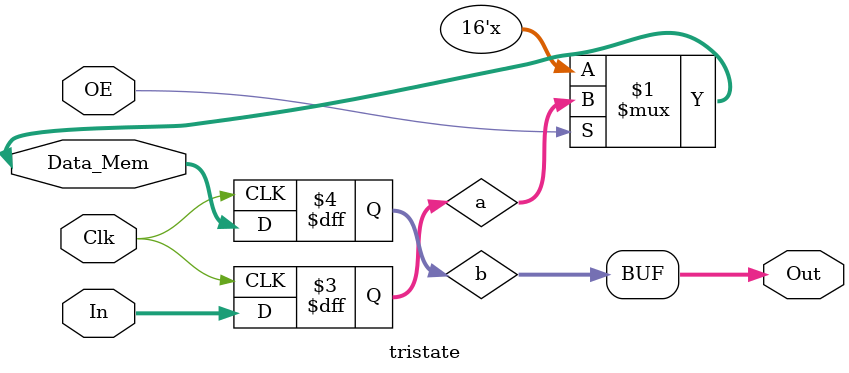
<source format=sv>

module tristate #(N = 16) (
	input wire Clk, OE,
	input [N-1:0] In,
	output logic [N-1:0] Out,
	inout wire [N-1:0] Data_Mem
);

logic [N-1:0] a, b;

assign Data_Mem = (OE ? a : {N{1'bZ}});
assign Out = b;

always_ff @(posedge Clk)
begin
	b <= Data_Mem;
	a <= In;
end

endmodule

</source>
